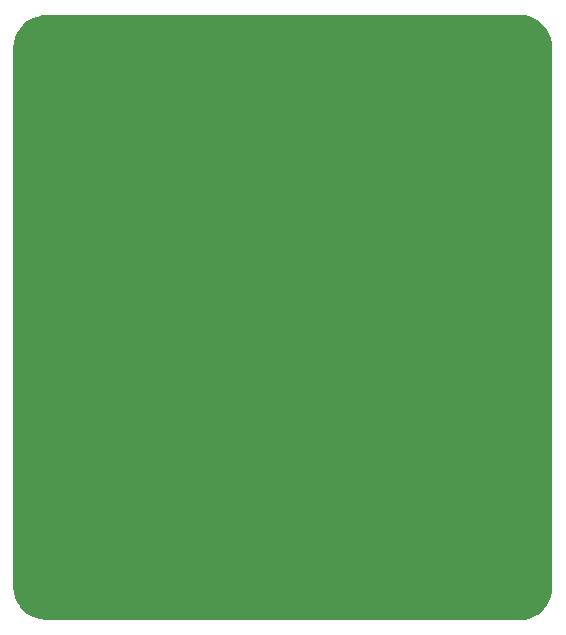
<source format=gbr>
G04 EAGLE Gerber RS-274X export*
G75*
%MOMM*%
%FSLAX34Y34*%
%LPD*%
%INSoldermask Bottom*%
%IPPOS*%
%AMOC8*
5,1,8,0,0,1.08239X$1,22.5*%
G01*
%ADD10C,3.403200*%
%ADD11R,1.879600X1.879600*%
%ADD12C,1.879600*%
%ADD13C,2.133600*%

G36*
X200721Y-256025D02*
X200721Y-256025D01*
X200805Y-256026D01*
X204420Y-255768D01*
X204497Y-255754D01*
X204707Y-255726D01*
X208248Y-254956D01*
X208323Y-254932D01*
X208526Y-254874D01*
X211921Y-253608D01*
X211992Y-253573D01*
X212185Y-253487D01*
X215366Y-251751D01*
X215430Y-251707D01*
X215553Y-251629D01*
X215572Y-251619D01*
X215581Y-251612D01*
X215610Y-251594D01*
X218511Y-249422D01*
X218568Y-249369D01*
X218730Y-249232D01*
X221292Y-246670D01*
X221342Y-246609D01*
X221482Y-246451D01*
X223654Y-243550D01*
X223695Y-243482D01*
X223811Y-243306D01*
X225547Y-240125D01*
X225578Y-240053D01*
X225668Y-239861D01*
X226934Y-236466D01*
X226954Y-236390D01*
X227016Y-236188D01*
X227786Y-232647D01*
X227795Y-232568D01*
X227828Y-232360D01*
X228086Y-228745D01*
X228084Y-228684D01*
X228091Y-228600D01*
X228091Y228600D01*
X228085Y228661D01*
X228086Y228745D01*
X227828Y232360D01*
X227814Y232437D01*
X227787Y232647D01*
X227016Y236188D01*
X226992Y236262D01*
X226935Y236466D01*
X225668Y239862D01*
X225634Y239932D01*
X225548Y240125D01*
X223811Y243306D01*
X223767Y243371D01*
X223655Y243550D01*
X221483Y246451D01*
X221430Y246509D01*
X221293Y246670D01*
X218730Y249233D01*
X218669Y249283D01*
X218511Y249423D01*
X215610Y251595D01*
X215543Y251635D01*
X215366Y251751D01*
X212185Y253488D01*
X212113Y253519D01*
X211922Y253608D01*
X208526Y254875D01*
X208450Y254895D01*
X208248Y254956D01*
X204707Y255727D01*
X204629Y255736D01*
X204420Y255768D01*
X200805Y256026D01*
X200744Y256024D01*
X200660Y256031D01*
X-200660Y256031D01*
X-200726Y256025D01*
X-200820Y256025D01*
X-204793Y255712D01*
X-204835Y255704D01*
X-205108Y255662D01*
X-208983Y254731D01*
X-209023Y254717D01*
X-209286Y254633D01*
X-212968Y253108D01*
X-213006Y253087D01*
X-213252Y252963D01*
X-216651Y250880D01*
X-216685Y250854D01*
X-216908Y250693D01*
X-219939Y248105D01*
X-219969Y248074D01*
X-220165Y247879D01*
X-222753Y244848D01*
X-222777Y244814D01*
X-222940Y244591D01*
X-225023Y241192D01*
X-225042Y241154D01*
X-225168Y240908D01*
X-226693Y237226D01*
X-226705Y237185D01*
X-226791Y236923D01*
X-227722Y233048D01*
X-227728Y233006D01*
X-227772Y232733D01*
X-228085Y228760D01*
X-228084Y228693D01*
X-228091Y228600D01*
X-228091Y-228600D01*
X-228085Y-228666D01*
X-228085Y-228759D01*
X-227772Y-232733D01*
X-227765Y-232775D01*
X-227722Y-233048D01*
X-226792Y-236923D01*
X-226777Y-236965D01*
X-226693Y-237226D01*
X-225168Y-240909D01*
X-225147Y-240947D01*
X-225023Y-241193D01*
X-222941Y-244591D01*
X-222915Y-244625D01*
X-222753Y-244849D01*
X-220165Y-247879D01*
X-220134Y-247909D01*
X-219939Y-248105D01*
X-216909Y-250693D01*
X-216874Y-250718D01*
X-216651Y-250881D01*
X-213253Y-252963D01*
X-213214Y-252982D01*
X-212969Y-253108D01*
X-209286Y-254633D01*
X-209246Y-254645D01*
X-208983Y-254732D01*
X-205108Y-255662D01*
X-205064Y-255668D01*
X-204793Y-255712D01*
X-200819Y-256025D01*
X-200753Y-256024D01*
X-200660Y-256031D01*
X200660Y-256031D01*
X200721Y-256025D01*
G37*
D10*
X-190500Y203200D03*
X-190500Y-203200D03*
X190500Y203200D03*
X190500Y-203200D03*
D11*
X-152400Y-12700D03*
D12*
X-152400Y12700D03*
X-127000Y-12700D03*
X-127000Y12700D03*
X-101600Y-12700D03*
X-101600Y12700D03*
X-76200Y-12700D03*
X-76200Y12700D03*
X-50800Y-12700D03*
X-50800Y12700D03*
X-25400Y-12700D03*
X-25400Y12700D03*
X0Y-12700D03*
X0Y12700D03*
X25400Y-12700D03*
X25400Y12700D03*
X50800Y-12700D03*
X50800Y12700D03*
X76200Y-12700D03*
X76200Y12700D03*
X101600Y-12700D03*
X101600Y12700D03*
X127000Y-12700D03*
X127000Y12700D03*
X152400Y-12700D03*
X152400Y12700D03*
D13*
X177800Y-139700D03*
X177800Y-114300D03*
X177800Y-88900D03*
X177800Y-63500D03*
X203200Y-139700D03*
X203200Y-114300D03*
X203200Y-88900D03*
X203200Y-63500D03*
X-203200Y-139700D03*
X-203200Y-114300D03*
X-203200Y-88900D03*
X-203200Y-63500D03*
X-177800Y-139700D03*
X-177800Y-114300D03*
X-177800Y-88900D03*
X-177800Y-63500D03*
X-152400Y-190500D03*
X-127000Y-190500D03*
X-101600Y-190500D03*
X-76200Y-190500D03*
X-50800Y-190500D03*
X-25400Y-190500D03*
X0Y-190500D03*
X25400Y-190500D03*
X50800Y-190500D03*
X76200Y-190500D03*
X101600Y-190500D03*
X127000Y-190500D03*
X152400Y-190500D03*
X-152400Y-215900D03*
X-127000Y-215900D03*
X-101600Y-215900D03*
X-76200Y-215900D03*
X-50800Y-215900D03*
X-25400Y-215900D03*
X0Y-215900D03*
X25400Y-215900D03*
X50800Y-215900D03*
X76200Y-215900D03*
X101600Y-215900D03*
X127000Y-215900D03*
X152400Y-215900D03*
X-177800Y139700D03*
X-177800Y114300D03*
X-177800Y88900D03*
X-177800Y63500D03*
X-203200Y139700D03*
X-203200Y114300D03*
X-203200Y88900D03*
X-203200Y63500D03*
X203200Y139700D03*
X203200Y114300D03*
X203200Y88900D03*
X203200Y63500D03*
X177800Y139700D03*
X177800Y114300D03*
X177800Y88900D03*
X177800Y63500D03*
X152400Y190500D03*
X127000Y190500D03*
X101600Y190500D03*
X76200Y190500D03*
X50800Y190500D03*
X0Y190500D03*
X25400Y190500D03*
X-25400Y190500D03*
X-50800Y190500D03*
X-76200Y190500D03*
X-101600Y190500D03*
X-127000Y190500D03*
X-152400Y190500D03*
X152400Y215900D03*
X127000Y215900D03*
X101600Y215900D03*
X76200Y215900D03*
X50800Y215900D03*
X0Y215900D03*
X25400Y215900D03*
X-25400Y215900D03*
X-50800Y215900D03*
X-76200Y215900D03*
X-101600Y215900D03*
X-127000Y215900D03*
X-152400Y215900D03*
X-152400Y139700D03*
X-152400Y114300D03*
X-152400Y88900D03*
X-152400Y63500D03*
X-127000Y139700D03*
X-127000Y114300D03*
X-127000Y88900D03*
X-127000Y63500D03*
X-101600Y139700D03*
X-101600Y114300D03*
X-101600Y88900D03*
X-101600Y63500D03*
X-76200Y139700D03*
X-76200Y114300D03*
X-76200Y88900D03*
X-76200Y63500D03*
X-50800Y139700D03*
X-50800Y114300D03*
X-50800Y88900D03*
X-50800Y63500D03*
X-25400Y139700D03*
X-25400Y114300D03*
X-25400Y88900D03*
X-25400Y63500D03*
X0Y139700D03*
X0Y114300D03*
X0Y88900D03*
X0Y63500D03*
X50800Y139700D03*
X50800Y114300D03*
X50800Y88900D03*
X50800Y63500D03*
X25400Y139700D03*
X25400Y114300D03*
X25400Y88900D03*
X25400Y63500D03*
X76200Y139700D03*
X76200Y114300D03*
X76200Y88900D03*
X76200Y63500D03*
X101600Y139700D03*
X101600Y114300D03*
X101600Y88900D03*
X101600Y63500D03*
X127000Y139700D03*
X127000Y114300D03*
X127000Y88900D03*
X127000Y63500D03*
X152400Y139700D03*
X152400Y114300D03*
X152400Y88900D03*
X152400Y63500D03*
X-152400Y-139700D03*
X-152400Y-114300D03*
X-152400Y-88900D03*
X-152400Y-63500D03*
X-127000Y-139700D03*
X-127000Y-114300D03*
X-127000Y-88900D03*
X-127000Y-63500D03*
X-101600Y-139700D03*
X-101600Y-114300D03*
X-101600Y-88900D03*
X-101600Y-63500D03*
X-76200Y-139700D03*
X-76200Y-114300D03*
X-76200Y-88900D03*
X-76200Y-63500D03*
X-50800Y-139700D03*
X-50800Y-114300D03*
X-50800Y-88900D03*
X-50800Y-63500D03*
X-25400Y-139700D03*
X-25400Y-114300D03*
X-25400Y-88900D03*
X-25400Y-63500D03*
X0Y-139700D03*
X0Y-114300D03*
X0Y-88900D03*
X0Y-63500D03*
X25400Y-139700D03*
X25400Y-114300D03*
X25400Y-88900D03*
X25400Y-63500D03*
X50800Y-139700D03*
X50800Y-114300D03*
X50800Y-88900D03*
X50800Y-63500D03*
X76200Y-139700D03*
X76200Y-114300D03*
X76200Y-88900D03*
X76200Y-63500D03*
X101600Y-139700D03*
X101600Y-114300D03*
X101600Y-88900D03*
X101600Y-63500D03*
X127000Y-139700D03*
X127000Y-114300D03*
X127000Y-88900D03*
X127000Y-63500D03*
X152400Y-139700D03*
X152400Y-114300D03*
X152400Y-88900D03*
X152400Y-63500D03*
M02*

</source>
